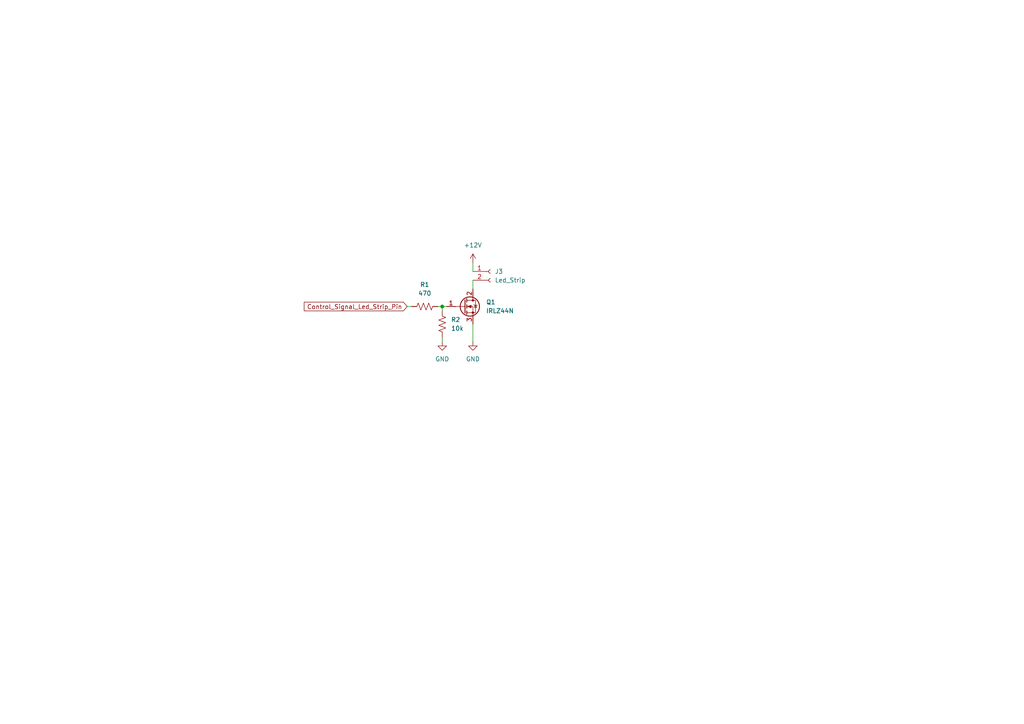
<source format=kicad_sch>
(kicad_sch (version 20231120) (generator "eeschema") (generator_version "8.0")
  (paper "A4")
  (lib_symbols
    (symbol "Connector:Conn_01x02_Female" (pin_names (offset 1.016) hide)
      (property "Reference" "J" (at 0 2.54 0))
      (property "Value" "Conn_01x02_Female" (at 0 -5.08 0))
      (symbol "Conn_01x02_Female_1_1"
        (arc (start 0 -2.032) (mid -0.508 -2.54) (end 0 -3.048) (stroke (width 0.1524)))
        (polyline (pts (xy -1.27 -2.54) (xy -0.508 -2.54)) (stroke (width 0.1524)))
        (polyline (pts (xy -1.27 0) (xy -0.508 0)) (stroke (width 0.1524)))
        (arc (start 0 0.508) (mid -0.508 0) (end 0 -0.508) (stroke (width 0.1524)))
        (pin passive line (at -5.08 0 0) (length 3.81) (name "Pin_1") (number "1"))
        (pin passive line (at -5.08 -2.54 0) (length 3.81) (name "Pin_2") (number "2"))
      )
    )
    (symbol "Device:R_US" (pin_numbers hide) (pin_names (offset 0))
      (property "Reference" "R" (at 2.54 0 90))
      (property "Value" "R_US" (at -2.54 0 90))
      (symbol "R_US_0_1"
        (polyline (pts (xy 0 -2.286) (xy 0 -2.54)))
        (polyline (pts (xy 0 2.286) (xy 0 2.54)))
        (polyline (pts (xy 0 -0.762) (xy 1.016 -1.143) (xy 0 -1.524) (xy -1.016 -1.905) (xy 0 -2.286)))
        (polyline (pts (xy 0 0.762) (xy 1.016 0.381) (xy 0 0) (xy -1.016 -0.381) (xy 0 -0.762)))
        (polyline (pts (xy 0 2.286) (xy 1.016 1.905) (xy 0 1.524) (xy -1.016 1.143) (xy 0 0.762)))
      )
      (symbol "R_US_1_1"
        (pin passive line (at 0 3.81 270) (length 1.27) (name "~") (number "1"))
        (pin passive line (at 0 -3.81 90) (length 1.27) (name "~") (number "2"))
      )
    )
    (symbol "Transistor_FET:IRLZ44N" (pin_names hide)
      (property "Reference" "Q" (at 6.35 1.905 0))
      (property "Value" "IRLZ44N" (at 6.35 0 0))
      (symbol "IRLZ44N_0_1"
        (polyline (pts (xy 0.254 0) (xy -2.54 0)))
        (polyline (pts (xy 0.254 1.905) (xy 0.254 -1.905)) (stroke (width 0.254)))
        (polyline (pts (xy 0.762 -1.27) (xy 0.762 -2.286)) (stroke (width 0.254)))
        (polyline (pts (xy 0.762 0.508) (xy 0.762 -0.508)) (stroke (width 0.254)))
        (polyline (pts (xy 0.762 2.286) (xy 0.762 1.27)) (stroke (width 0.254)))
        (polyline (pts (xy 2.54 2.54) (xy 2.54 1.778)))
        (polyline (pts (xy 2.54 -2.54) (xy 2.54 0) (xy 0.762 0)))
        (polyline (pts (xy 0.762 -1.778) (xy 3.302 -1.778) (xy 3.302 1.778) (xy 0.762 1.778)))
        (polyline (pts (xy 1.016 0) (xy 2.032 0.381) (xy 2.032 -0.381) (xy 1.016 0)) (fill (type outline)))
        (polyline (pts (xy 2.794 0.508) (xy 2.921 0.381) (xy 3.683 0.381) (xy 3.81 0.254)))
        (polyline (pts (xy 3.302 0.381) (xy 2.921 -0.254) (xy 3.683 -0.254) (xy 3.302 0.381)))
        (circle (center 1.651 0) (radius 2.794) (stroke (width 0.254)))
        (circle (center 2.54 -1.778) (radius 0.254) (fill (type outline)))
        (circle (center 2.54 1.778) (radius 0.254) (fill (type outline)))
      )
      (symbol "IRLZ44N_1_1"
        (pin input line (at -5.08 0 0) (length 2.54) (name "G") (number "1"))
        (pin passive line (at 2.54 5.08 270) (length 2.54) (name "D") (number "2"))
        (pin passive line (at 2.54 -5.08 90) (length 2.54) (name "S") (number "3"))
      )
    )
    (symbol "power:+12V" (power) (pin_names (offset 0))
      (property "Value" "+12V" (at 0 3.556 0))
      (symbol "+12V_0_1"
        (polyline (pts (xy -0.762 1.27) (xy 0 2.54)))
        (polyline (pts (xy 0 0) (xy 0 2.54)))
        (polyline (pts (xy 0 2.54) (xy 0.762 1.27)))
      )
      (symbol "+12V_1_1"
        (pin power_in line (at 0 0 90) (length 0) hide (name "+12V") (number "1"))
      )
    )
    (symbol "power:GND" (power) (pin_names (offset 0))
      (property "Value" "GND" (at 0 -3.81 0))
      (symbol "GND_0_1"
        (polyline (pts (xy 0 0) (xy 0 -1.27) (xy 1.27 -1.27) (xy 0 -2.54) (xy -1.27 -1.27) (xy 0 -1.27)))
      )
      (symbol "GND_1_1"
        (pin power_in line (at 0 0 270) (length 0) hide (name "GND") (number "1"))
      )
    )
  )
  (junction (at 128.27 88.9))
  (wire (pts (xy 127 88.9) (xy 128.27 88.9)))
  (wire (pts (xy 128.27 97.79) (xy 128.27 99.06)))
  (wire (pts (xy 118.11 88.9) (xy 119.38 88.9)))
  (wire (pts (xy 137.16 93.98) (xy 137.16 99.06)))
  (wire (pts (xy 128.27 88.9) (xy 128.27 90.17)))
  (wire (pts (xy 137.16 76.2) (xy 137.16 78.74)))
  (wire (pts (xy 128.27 88.9) (xy 129.54 88.9)))
  (wire (pts (xy 137.16 81.28) (xy 137.16 83.82)))
  (global_label "Control_Signal_Led_Strip_Pin" (shape input) (at 118.11 88.9 180) (property "Intersheetrefs" "${INTERSHEET_REFS}" (effects (hide yes))))
  (symbol (lib_id "Transistor_FET:IRLZ44N") (at 134.62 88.9 0) (unit 1)
    (property "Reference" "Q1" (at 140.97 87.6299 0) (effects (justify left)))
    (property "Value" "IRLZ44N" (at 140.97 90.1699 0) (effects (justify left)))
    (property "Footprint" "Package_TO_SOT_THT:TO-220-3_Vertical" (effects (hide yes)))
    (property "Datasheet" "http://www.irf.com/product-info/datasheets/data/irlz44n.pdf" (effects (hide yes)))
    (property "Description" "47A Id, 55V Vds, Single N-Channel HEXFET Power MOSFET, 22mOhm Ron, TO-220AB" (effects (hide yes)))
  )
  (symbol (lib_id "power:+12V") (at 137.16 76.2 0) (unit 1)
    (property "Reference" "#PWR45" (effects (hide yes)))
    (property "Value" "+12V" (at 137.16 71.12 0))
    (property "Description" "Power symbol creates a global label with name \"+12V\"" (effects (hide yes)))
  )
  (symbol (lib_id "Device:R_US") (at 123.19 88.9 90) (unit 1)
    (property "Reference" "R1" (at 123.19 82.55 90))
    (property "Value" "470" (at 123.19 85.09 90))
    (property "Footprint" "Resistor_THT:R_Axial_DIN0207_L6.3mm_D2.5mm_P7.62mm_Horizontal" (effects (hide yes)))
    (property "Description" "Resistor, US symbol" (effects (hide yes)))
  )
  (symbol (lib_id "power:GND") (at 128.27 99.06 0) (unit 1)
    (property "Reference" "#PWR5" (effects (hide yes)))
    (property "Value" "GND" (at 128.27 104.14 0))
    (property "Description" "Power symbol creates a global label with name \"GND\" , ground" (effects (hide yes)))
  )
  (symbol (lib_id "power:GND") (at 137.16 99.06 0) (unit 1)
    (property "Reference" "#PWR6" (effects (hide yes)))
    (property "Value" "GND" (at 137.16 104.14 0))
    (property "Description" "Power symbol creates a global label with name \"GND\" , ground" (effects (hide yes)))
  )
  (symbol (lib_id "Connector:Conn_01x02_Female") (at 142.24 78.74 0) (unit 1)
    (property "Reference" "J3" (at 143.51 78.7399 0) (effects (justify left)))
    (property "Value" "Led_Strip" (at 143.51 81.2799 0) (effects (justify left)))
    (property "Description" "Generic connector, single row, 01x02, script generated (kicad-library-utils/schlib/autogen/connector/)" (effects (hide yes)))
  )
  (symbol (lib_id "Device:R_US") (at 128.27 93.98 180) (unit 1)
    (property "Reference" "R2" (at 130.81 92.7099 0) (effects (justify right)))
    (property "Value" "10k" (at 130.81 95.2499 0) (effects (justify right)))
    (property "Footprint" "Resistor_THT:R_Axial_DIN0207_L6.3mm_D2.5mm_P7.62mm_Horizontal" (effects (hide yes)))
    (property "Description" "Resistor, US symbol" (effects (hide yes)))
  )
)
</source>
